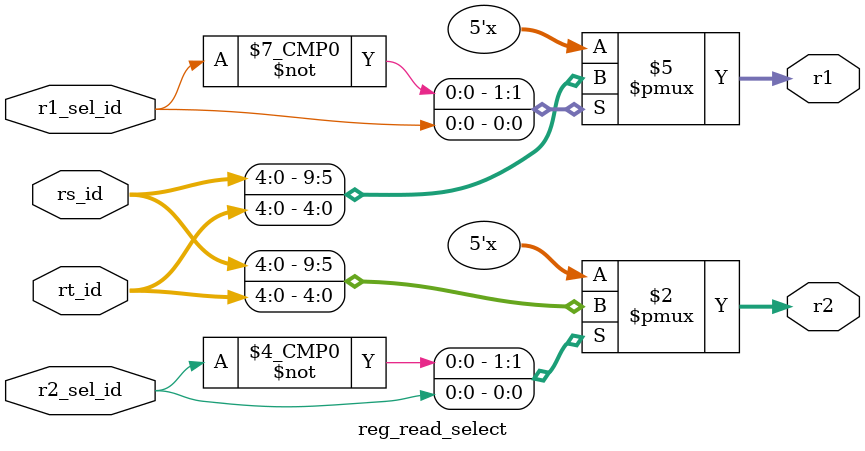
<source format=v>

module reg_read_select(
	rs_id,
	rt_id,
	r1_sel_id,
	r2_sel_id,
	r1,
	r2
    );
	input [4:0]rs_id;
	input [4:0]rt_id;
	input r1_sel_id;
	input r2_sel_id;
	output reg[4:0]r1;
	output reg[4:0]r2;

	always @(*) begin
		case(r1_sel_id)
			1'b0: begin
				r1 <= rs_id;
			end // 2'b00:
			1'b1: begin
				r1 <= rt_id;
			end // 2'b01:
			default: begin
				r1 <= 0;
			end // default:
		endcase // r1_sel_id

		case(r2_sel_id)
			1'b0: begin
				r2 <= rs_id;
			end // 2'b00:
			1'b1: begin
				r2 <= rt_id;
			end // 2'b01:
			default: begin
				r2 <= 0;
			end // default:
		endcase // r2_sel_id
	end // always @(*)
endmodule

</source>
